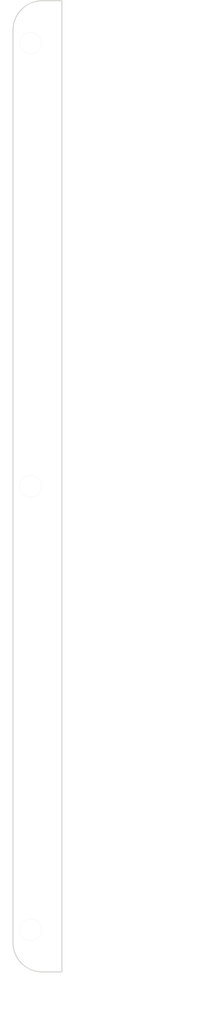
<source format=kicad_pcb>
(kicad_pcb (version 20171130) (host pcbnew "(5.1.10)-1")

  (general
    (thickness 1.6)
    (drawings 8)
    (tracks 0)
    (zones 0)
    (modules 3)
    (nets 1)
  )

  (page A3)
  (layers
    (0 F.Cu signal)
    (31 B.Cu signal)
    (32 B.Adhes user)
    (33 F.Adhes user)
    (34 B.Paste user)
    (35 F.Paste user)
    (36 B.SilkS user)
    (37 F.SilkS user)
    (38 B.Mask user)
    (39 F.Mask user)
    (40 Dwgs.User user)
    (41 Cmts.User user)
    (42 Eco1.User user)
    (43 Eco2.User user)
    (44 Edge.Cuts user)
    (45 Margin user)
    (46 B.CrtYd user)
    (47 F.CrtYd user)
    (48 B.Fab user)
    (49 F.Fab user)
  )

  (setup
    (last_trace_width 0.25)
    (user_trace_width 0.5)
    (user_trace_width 0.5)
    (trace_clearance 0.2)
    (zone_clearance 0.508)
    (zone_45_only no)
    (trace_min 0.2)
    (via_size 0.8)
    (via_drill 0.4)
    (via_min_size 0.4)
    (via_min_drill 0.3)
    (uvia_size 0.3)
    (uvia_drill 0.1)
    (uvias_allowed no)
    (uvia_min_size 0.2)
    (uvia_min_drill 0.1)
    (edge_width 0.1)
    (segment_width 0.2)
    (pcb_text_width 0.3)
    (pcb_text_size 1.5 1.5)
    (mod_edge_width 0.15)
    (mod_text_size 1 1)
    (mod_text_width 0.15)
    (pad_size 2.2 2.2)
    (pad_drill 2.2)
    (pad_to_mask_clearance 0)
    (aux_axis_origin 0 0)
    (visible_elements 7FFFFFFF)
    (pcbplotparams
      (layerselection 0x010f0_ffffffff)
      (usegerberextensions true)
      (usegerberattributes false)
      (usegerberadvancedattributes false)
      (creategerberjobfile false)
      (excludeedgelayer true)
      (linewidth 0.100000)
      (plotframeref false)
      (viasonmask false)
      (mode 1)
      (useauxorigin false)
      (hpglpennumber 1)
      (hpglpenspeed 20)
      (hpglpendiameter 15.000000)
      (psnegative false)
      (psa4output false)
      (plotreference true)
      (plotvalue true)
      (plotinvisibletext false)
      (padsonsilk false)
      (subtractmaskfromsilk false)
      (outputformat 1)
      (mirror false)
      (drillshape 0)
      (scaleselection 1)
      (outputdirectory "../../../../自キ設計_プライベート/発注/20211222/GL_Spacer/"))
  )

  (net 0 "")

  (net_class Default "これはデフォルトのネット クラスです。"
    (clearance 0.2)
    (trace_width 0.25)
    (via_dia 0.8)
    (via_drill 0.4)
    (uvia_dia 0.3)
    (uvia_drill 0.1)
  )

  (module kbd_Hole:m2_Screw_Hole_EdgeCuts (layer F.Cu) (tedit 5DA73E67) (tstamp 60A2FD76)
    (at 16.075 111.75)
    (descr "Mounting Hole 2.2mm, no annular, M2")
    (tags "mounting hole 2.2mm no annular m2")
    (path /629102F3)
    (attr virtual)
    (fp_text reference J4 (at 0 -3.2) (layer F.Fab) hide
      (effects (font (size 1 1) (thickness 0.15)))
    )
    (fp_text value Conn_01x01 (at 0 3.2) (layer F.Fab) hide
      (effects (font (size 1 1) (thickness 0.15)))
    )
    (fp_circle (center 0 0) (end 1.1 0) (layer Edge.Cuts) (width 0.01))
    (fp_text user %R (at 0.3 0) (layer F.Fab) hide
      (effects (font (size 1 1) (thickness 0.15)))
    )
  )

  (module kbd_Hole:m2_Screw_Hole_EdgeCuts (layer F.Cu) (tedit 5DA73E67) (tstamp 60A2FD70)
    (at 16.075 66.65)
    (descr "Mounting Hole 2.2mm, no annular, M2")
    (tags "mounting hole 2.2mm no annular m2")
    (path /6454039C)
    (attr virtual)
    (fp_text reference J3 (at 0 -3.2) (layer F.Fab) hide
      (effects (font (size 1 1) (thickness 0.15)))
    )
    (fp_text value Conn_01x01 (at 0 3.2) (layer F.Fab) hide
      (effects (font (size 1 1) (thickness 0.15)))
    )
    (fp_circle (center 0 0) (end 1.1 0) (layer Edge.Cuts) (width 0.01))
    (fp_text user %R (at 0.3 0) (layer F.Fab) hide
      (effects (font (size 1 1) (thickness 0.15)))
    )
  )

  (module kbd_Hole:m2_Screw_Hole_EdgeCuts (layer F.Cu) (tedit 5DA73E67) (tstamp 60A2FD6A)
    (at 16.075 21.55)
    (descr "Mounting Hole 2.2mm, no annular, M2")
    (tags "mounting hole 2.2mm no annular m2")
    (path /64540388)
    (attr virtual)
    (fp_text reference J2 (at 0 -3.2) (layer F.Fab) hide
      (effects (font (size 1 1) (thickness 0.15)))
    )
    (fp_text value Conn_01x01 (at 0 3.2) (layer F.Fab) hide
      (effects (font (size 1 1) (thickness 0.15)))
    )
    (fp_circle (center 0 0) (end 1.1 0) (layer Edge.Cuts) (width 0.01))
    (fp_text user %R (at 0.3 0) (layer F.Fab) hide
      (effects (font (size 1 1) (thickness 0.15)))
    )
  )

  (dimension 4.975 (width 0.15) (layer F.Fab)
    (gr_text "4.975 mm" (at 16.7625 121.99) (layer F.Fab)
      (effects (font (size 1 1) (thickness 0.15)))
    )
    (feature1 (pts (xy 19.25 113.05) (xy 19.25 121.276421)))
    (feature2 (pts (xy 14.275 113.05) (xy 14.275 121.276421)))
    (crossbar (pts (xy 14.275 120.69) (xy 19.25 120.69)))
    (arrow1a (pts (xy 19.25 120.69) (xy 18.123496 121.276421)))
    (arrow1b (pts (xy 19.25 120.69) (xy 18.123496 120.103579)))
    (arrow2a (pts (xy 14.275 120.69) (xy 15.401504 121.276421)))
    (arrow2b (pts (xy 14.275 120.69) (xy 15.401504 120.103579)))
  )
  (dimension 98.8 (width 0.15) (layer F.Fab)
    (gr_text "98.800 mm" (at 32.25625 66.65 270) (layer F.Fab)
      (effects (font (size 1 1) (thickness 0.15)))
    )
    (feature1 (pts (xy 19.275 116.05) (xy 31.542671 116.05)))
    (feature2 (pts (xy 19.275 17.25) (xy 31.542671 17.25)))
    (crossbar (pts (xy 30.95625 17.25) (xy 30.95625 116.05)))
    (arrow1a (pts (xy 30.95625 116.05) (xy 30.369829 114.923496)))
    (arrow1b (pts (xy 30.95625 116.05) (xy 31.542671 114.923496)))
    (arrow2a (pts (xy 30.95625 17.25) (xy 30.369829 18.376504)))
    (arrow2b (pts (xy 30.95625 17.25) (xy 31.542671 18.376504)))
  )
  (gr_line (start 17.275 116.05) (end 19.275 116.05) (layer Edge.Cuts) (width 0.1) (tstamp 61C22360))
  (gr_line (start 17.275 17.25) (end 19.275 17.25) (layer Edge.Cuts) (width 0.1) (tstamp 61C2235F))
  (gr_line (start 19.275 17.25) (end 19.275 116.05) (layer Edge.Cuts) (width 0.1))
  (gr_arc (start 17.275 113.05) (end 14.275 113.05) (angle -90) (layer Edge.Cuts) (width 0.1) (tstamp 60576F55))
  (gr_arc (start 17.275 20.25) (end 17.275 17.25) (angle -90) (layer Edge.Cuts) (width 0.1) (tstamp 60576F20))
  (gr_line (start 14.275 20.25) (end 14.275 113.05) (layer Edge.Cuts) (width 0.1))

)

</source>
